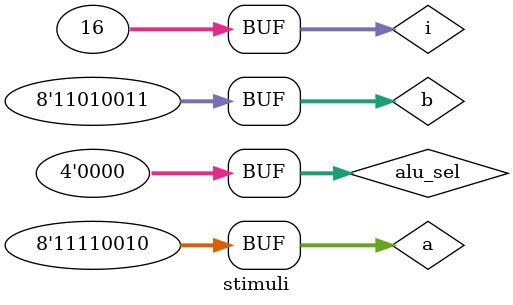
<source format=v>
`timescale 1ns / 1ps

module stimuli;
    reg [7:0] a,b;
    reg [3:0] alu_sel;
    wire [7:0] alu_out;
    wire carryout;
    integer i;
    
    alu test_unit(
            a,b,  // ALU 8-bit Inputs                 
            alu_sel,// ALU Selection
            alu_out, // ALU 8-bit Output
            carryout // Carry Out Flag
     );

    initial begin
         a = 8'h0A;
         b = 8'h02;
         alu_sel = 4'h0;
                  
         for (i=0;i<=15;i=i+1)
          begin
           $monitor("A=%d B=%d ALU_Sel=%b → ALU_Out=%d carryout=%b", a, b, alu_sel,alu_out,carryout);
           alu_sel = alu_sel + 8'h01;
           #10;
          end;
          
          a = 8'hF2;
          b = 8'hD3;
    end
endmodule

</source>
